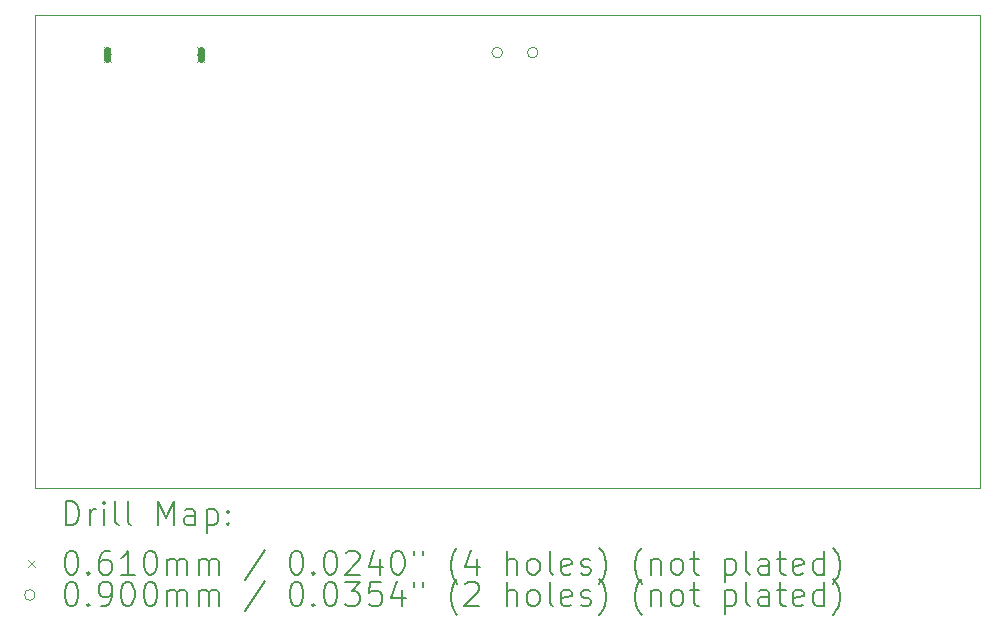
<source format=gbr>
%TF.GenerationSoftware,KiCad,Pcbnew,8.0.8*%
%TF.CreationDate,2025-03-13T15:21:53-04:00*%
%TF.ProjectId,tuner time,74756e65-7220-4746-996d-652e6b696361,rev?*%
%TF.SameCoordinates,Original*%
%TF.FileFunction,Drillmap*%
%TF.FilePolarity,Positive*%
%FSLAX45Y45*%
G04 Gerber Fmt 4.5, Leading zero omitted, Abs format (unit mm)*
G04 Created by KiCad (PCBNEW 8.0.8) date 2025-03-13 15:21:53*
%MOMM*%
%LPD*%
G01*
G04 APERTURE LIST*
%ADD10C,0.050000*%
%ADD11C,0.609600*%
%ADD12C,0.200000*%
%ADD13C,0.100000*%
G04 APERTURE END LIST*
D10*
X15000000Y-10000000D02*
X23000000Y-10000000D01*
X23000000Y-14000000D01*
X15000000Y-14000000D01*
X15000000Y-10000000D01*
D11*
X15608750Y-10296140D02*
X15608750Y-10364720D01*
X16398750Y-10296140D02*
X16398750Y-10364720D01*
D12*
D13*
X15578270Y-10265660D02*
X15639230Y-10326620D01*
X15639230Y-10265660D02*
X15578270Y-10326620D01*
X15578270Y-10334240D02*
X15639230Y-10395200D01*
X15639230Y-10334240D02*
X15578270Y-10395200D01*
X16368270Y-10265660D02*
X16429230Y-10326620D01*
X16429230Y-10265660D02*
X16368270Y-10326620D01*
X16368270Y-10334240D02*
X16429230Y-10395200D01*
X16429230Y-10334240D02*
X16368270Y-10395200D01*
X18955000Y-10314500D02*
G75*
G02*
X18865000Y-10314500I-45000J0D01*
G01*
X18865000Y-10314500D02*
G75*
G02*
X18955000Y-10314500I45000J0D01*
G01*
X19255000Y-10314500D02*
G75*
G02*
X19165000Y-10314500I-45000J0D01*
G01*
X19165000Y-10314500D02*
G75*
G02*
X19255000Y-10314500I45000J0D01*
G01*
D12*
X15258277Y-14313984D02*
X15258277Y-14113984D01*
X15258277Y-14113984D02*
X15305896Y-14113984D01*
X15305896Y-14113984D02*
X15334467Y-14123508D01*
X15334467Y-14123508D02*
X15353515Y-14142555D01*
X15353515Y-14142555D02*
X15363039Y-14161603D01*
X15363039Y-14161603D02*
X15372562Y-14199698D01*
X15372562Y-14199698D02*
X15372562Y-14228269D01*
X15372562Y-14228269D02*
X15363039Y-14266365D01*
X15363039Y-14266365D02*
X15353515Y-14285412D01*
X15353515Y-14285412D02*
X15334467Y-14304460D01*
X15334467Y-14304460D02*
X15305896Y-14313984D01*
X15305896Y-14313984D02*
X15258277Y-14313984D01*
X15458277Y-14313984D02*
X15458277Y-14180650D01*
X15458277Y-14218746D02*
X15467801Y-14199698D01*
X15467801Y-14199698D02*
X15477324Y-14190174D01*
X15477324Y-14190174D02*
X15496372Y-14180650D01*
X15496372Y-14180650D02*
X15515420Y-14180650D01*
X15582086Y-14313984D02*
X15582086Y-14180650D01*
X15582086Y-14113984D02*
X15572562Y-14123508D01*
X15572562Y-14123508D02*
X15582086Y-14133031D01*
X15582086Y-14133031D02*
X15591610Y-14123508D01*
X15591610Y-14123508D02*
X15582086Y-14113984D01*
X15582086Y-14113984D02*
X15582086Y-14133031D01*
X15705896Y-14313984D02*
X15686848Y-14304460D01*
X15686848Y-14304460D02*
X15677324Y-14285412D01*
X15677324Y-14285412D02*
X15677324Y-14113984D01*
X15810658Y-14313984D02*
X15791610Y-14304460D01*
X15791610Y-14304460D02*
X15782086Y-14285412D01*
X15782086Y-14285412D02*
X15782086Y-14113984D01*
X16039229Y-14313984D02*
X16039229Y-14113984D01*
X16039229Y-14113984D02*
X16105896Y-14256841D01*
X16105896Y-14256841D02*
X16172562Y-14113984D01*
X16172562Y-14113984D02*
X16172562Y-14313984D01*
X16353515Y-14313984D02*
X16353515Y-14209222D01*
X16353515Y-14209222D02*
X16343991Y-14190174D01*
X16343991Y-14190174D02*
X16324943Y-14180650D01*
X16324943Y-14180650D02*
X16286848Y-14180650D01*
X16286848Y-14180650D02*
X16267801Y-14190174D01*
X16353515Y-14304460D02*
X16334467Y-14313984D01*
X16334467Y-14313984D02*
X16286848Y-14313984D01*
X16286848Y-14313984D02*
X16267801Y-14304460D01*
X16267801Y-14304460D02*
X16258277Y-14285412D01*
X16258277Y-14285412D02*
X16258277Y-14266365D01*
X16258277Y-14266365D02*
X16267801Y-14247317D01*
X16267801Y-14247317D02*
X16286848Y-14237793D01*
X16286848Y-14237793D02*
X16334467Y-14237793D01*
X16334467Y-14237793D02*
X16353515Y-14228269D01*
X16448753Y-14180650D02*
X16448753Y-14380650D01*
X16448753Y-14190174D02*
X16467801Y-14180650D01*
X16467801Y-14180650D02*
X16505896Y-14180650D01*
X16505896Y-14180650D02*
X16524943Y-14190174D01*
X16524943Y-14190174D02*
X16534467Y-14199698D01*
X16534467Y-14199698D02*
X16543991Y-14218746D01*
X16543991Y-14218746D02*
X16543991Y-14275888D01*
X16543991Y-14275888D02*
X16534467Y-14294936D01*
X16534467Y-14294936D02*
X16524943Y-14304460D01*
X16524943Y-14304460D02*
X16505896Y-14313984D01*
X16505896Y-14313984D02*
X16467801Y-14313984D01*
X16467801Y-14313984D02*
X16448753Y-14304460D01*
X16629705Y-14294936D02*
X16639229Y-14304460D01*
X16639229Y-14304460D02*
X16629705Y-14313984D01*
X16629705Y-14313984D02*
X16620182Y-14304460D01*
X16620182Y-14304460D02*
X16629705Y-14294936D01*
X16629705Y-14294936D02*
X16629705Y-14313984D01*
X16629705Y-14190174D02*
X16639229Y-14199698D01*
X16639229Y-14199698D02*
X16629705Y-14209222D01*
X16629705Y-14209222D02*
X16620182Y-14199698D01*
X16620182Y-14199698D02*
X16629705Y-14190174D01*
X16629705Y-14190174D02*
X16629705Y-14209222D01*
D13*
X14936540Y-14612020D02*
X14997500Y-14672980D01*
X14997500Y-14612020D02*
X14936540Y-14672980D01*
D12*
X15296372Y-14533984D02*
X15315420Y-14533984D01*
X15315420Y-14533984D02*
X15334467Y-14543508D01*
X15334467Y-14543508D02*
X15343991Y-14553031D01*
X15343991Y-14553031D02*
X15353515Y-14572079D01*
X15353515Y-14572079D02*
X15363039Y-14610174D01*
X15363039Y-14610174D02*
X15363039Y-14657793D01*
X15363039Y-14657793D02*
X15353515Y-14695888D01*
X15353515Y-14695888D02*
X15343991Y-14714936D01*
X15343991Y-14714936D02*
X15334467Y-14724460D01*
X15334467Y-14724460D02*
X15315420Y-14733984D01*
X15315420Y-14733984D02*
X15296372Y-14733984D01*
X15296372Y-14733984D02*
X15277324Y-14724460D01*
X15277324Y-14724460D02*
X15267801Y-14714936D01*
X15267801Y-14714936D02*
X15258277Y-14695888D01*
X15258277Y-14695888D02*
X15248753Y-14657793D01*
X15248753Y-14657793D02*
X15248753Y-14610174D01*
X15248753Y-14610174D02*
X15258277Y-14572079D01*
X15258277Y-14572079D02*
X15267801Y-14553031D01*
X15267801Y-14553031D02*
X15277324Y-14543508D01*
X15277324Y-14543508D02*
X15296372Y-14533984D01*
X15448753Y-14714936D02*
X15458277Y-14724460D01*
X15458277Y-14724460D02*
X15448753Y-14733984D01*
X15448753Y-14733984D02*
X15439229Y-14724460D01*
X15439229Y-14724460D02*
X15448753Y-14714936D01*
X15448753Y-14714936D02*
X15448753Y-14733984D01*
X15629705Y-14533984D02*
X15591610Y-14533984D01*
X15591610Y-14533984D02*
X15572562Y-14543508D01*
X15572562Y-14543508D02*
X15563039Y-14553031D01*
X15563039Y-14553031D02*
X15543991Y-14581603D01*
X15543991Y-14581603D02*
X15534467Y-14619698D01*
X15534467Y-14619698D02*
X15534467Y-14695888D01*
X15534467Y-14695888D02*
X15543991Y-14714936D01*
X15543991Y-14714936D02*
X15553515Y-14724460D01*
X15553515Y-14724460D02*
X15572562Y-14733984D01*
X15572562Y-14733984D02*
X15610658Y-14733984D01*
X15610658Y-14733984D02*
X15629705Y-14724460D01*
X15629705Y-14724460D02*
X15639229Y-14714936D01*
X15639229Y-14714936D02*
X15648753Y-14695888D01*
X15648753Y-14695888D02*
X15648753Y-14648269D01*
X15648753Y-14648269D02*
X15639229Y-14629222D01*
X15639229Y-14629222D02*
X15629705Y-14619698D01*
X15629705Y-14619698D02*
X15610658Y-14610174D01*
X15610658Y-14610174D02*
X15572562Y-14610174D01*
X15572562Y-14610174D02*
X15553515Y-14619698D01*
X15553515Y-14619698D02*
X15543991Y-14629222D01*
X15543991Y-14629222D02*
X15534467Y-14648269D01*
X15839229Y-14733984D02*
X15724943Y-14733984D01*
X15782086Y-14733984D02*
X15782086Y-14533984D01*
X15782086Y-14533984D02*
X15763039Y-14562555D01*
X15763039Y-14562555D02*
X15743991Y-14581603D01*
X15743991Y-14581603D02*
X15724943Y-14591127D01*
X15963039Y-14533984D02*
X15982086Y-14533984D01*
X15982086Y-14533984D02*
X16001134Y-14543508D01*
X16001134Y-14543508D02*
X16010658Y-14553031D01*
X16010658Y-14553031D02*
X16020182Y-14572079D01*
X16020182Y-14572079D02*
X16029705Y-14610174D01*
X16029705Y-14610174D02*
X16029705Y-14657793D01*
X16029705Y-14657793D02*
X16020182Y-14695888D01*
X16020182Y-14695888D02*
X16010658Y-14714936D01*
X16010658Y-14714936D02*
X16001134Y-14724460D01*
X16001134Y-14724460D02*
X15982086Y-14733984D01*
X15982086Y-14733984D02*
X15963039Y-14733984D01*
X15963039Y-14733984D02*
X15943991Y-14724460D01*
X15943991Y-14724460D02*
X15934467Y-14714936D01*
X15934467Y-14714936D02*
X15924943Y-14695888D01*
X15924943Y-14695888D02*
X15915420Y-14657793D01*
X15915420Y-14657793D02*
X15915420Y-14610174D01*
X15915420Y-14610174D02*
X15924943Y-14572079D01*
X15924943Y-14572079D02*
X15934467Y-14553031D01*
X15934467Y-14553031D02*
X15943991Y-14543508D01*
X15943991Y-14543508D02*
X15963039Y-14533984D01*
X16115420Y-14733984D02*
X16115420Y-14600650D01*
X16115420Y-14619698D02*
X16124943Y-14610174D01*
X16124943Y-14610174D02*
X16143991Y-14600650D01*
X16143991Y-14600650D02*
X16172563Y-14600650D01*
X16172563Y-14600650D02*
X16191610Y-14610174D01*
X16191610Y-14610174D02*
X16201134Y-14629222D01*
X16201134Y-14629222D02*
X16201134Y-14733984D01*
X16201134Y-14629222D02*
X16210658Y-14610174D01*
X16210658Y-14610174D02*
X16229705Y-14600650D01*
X16229705Y-14600650D02*
X16258277Y-14600650D01*
X16258277Y-14600650D02*
X16277324Y-14610174D01*
X16277324Y-14610174D02*
X16286848Y-14629222D01*
X16286848Y-14629222D02*
X16286848Y-14733984D01*
X16382086Y-14733984D02*
X16382086Y-14600650D01*
X16382086Y-14619698D02*
X16391610Y-14610174D01*
X16391610Y-14610174D02*
X16410658Y-14600650D01*
X16410658Y-14600650D02*
X16439229Y-14600650D01*
X16439229Y-14600650D02*
X16458277Y-14610174D01*
X16458277Y-14610174D02*
X16467801Y-14629222D01*
X16467801Y-14629222D02*
X16467801Y-14733984D01*
X16467801Y-14629222D02*
X16477324Y-14610174D01*
X16477324Y-14610174D02*
X16496372Y-14600650D01*
X16496372Y-14600650D02*
X16524943Y-14600650D01*
X16524943Y-14600650D02*
X16543991Y-14610174D01*
X16543991Y-14610174D02*
X16553515Y-14629222D01*
X16553515Y-14629222D02*
X16553515Y-14733984D01*
X16943991Y-14524460D02*
X16772563Y-14781603D01*
X17201134Y-14533984D02*
X17220182Y-14533984D01*
X17220182Y-14533984D02*
X17239229Y-14543508D01*
X17239229Y-14543508D02*
X17248753Y-14553031D01*
X17248753Y-14553031D02*
X17258277Y-14572079D01*
X17258277Y-14572079D02*
X17267801Y-14610174D01*
X17267801Y-14610174D02*
X17267801Y-14657793D01*
X17267801Y-14657793D02*
X17258277Y-14695888D01*
X17258277Y-14695888D02*
X17248753Y-14714936D01*
X17248753Y-14714936D02*
X17239229Y-14724460D01*
X17239229Y-14724460D02*
X17220182Y-14733984D01*
X17220182Y-14733984D02*
X17201134Y-14733984D01*
X17201134Y-14733984D02*
X17182087Y-14724460D01*
X17182087Y-14724460D02*
X17172563Y-14714936D01*
X17172563Y-14714936D02*
X17163039Y-14695888D01*
X17163039Y-14695888D02*
X17153515Y-14657793D01*
X17153515Y-14657793D02*
X17153515Y-14610174D01*
X17153515Y-14610174D02*
X17163039Y-14572079D01*
X17163039Y-14572079D02*
X17172563Y-14553031D01*
X17172563Y-14553031D02*
X17182087Y-14543508D01*
X17182087Y-14543508D02*
X17201134Y-14533984D01*
X17353515Y-14714936D02*
X17363039Y-14724460D01*
X17363039Y-14724460D02*
X17353515Y-14733984D01*
X17353515Y-14733984D02*
X17343991Y-14724460D01*
X17343991Y-14724460D02*
X17353515Y-14714936D01*
X17353515Y-14714936D02*
X17353515Y-14733984D01*
X17486848Y-14533984D02*
X17505896Y-14533984D01*
X17505896Y-14533984D02*
X17524944Y-14543508D01*
X17524944Y-14543508D02*
X17534468Y-14553031D01*
X17534468Y-14553031D02*
X17543991Y-14572079D01*
X17543991Y-14572079D02*
X17553515Y-14610174D01*
X17553515Y-14610174D02*
X17553515Y-14657793D01*
X17553515Y-14657793D02*
X17543991Y-14695888D01*
X17543991Y-14695888D02*
X17534468Y-14714936D01*
X17534468Y-14714936D02*
X17524944Y-14724460D01*
X17524944Y-14724460D02*
X17505896Y-14733984D01*
X17505896Y-14733984D02*
X17486848Y-14733984D01*
X17486848Y-14733984D02*
X17467801Y-14724460D01*
X17467801Y-14724460D02*
X17458277Y-14714936D01*
X17458277Y-14714936D02*
X17448753Y-14695888D01*
X17448753Y-14695888D02*
X17439229Y-14657793D01*
X17439229Y-14657793D02*
X17439229Y-14610174D01*
X17439229Y-14610174D02*
X17448753Y-14572079D01*
X17448753Y-14572079D02*
X17458277Y-14553031D01*
X17458277Y-14553031D02*
X17467801Y-14543508D01*
X17467801Y-14543508D02*
X17486848Y-14533984D01*
X17629706Y-14553031D02*
X17639229Y-14543508D01*
X17639229Y-14543508D02*
X17658277Y-14533984D01*
X17658277Y-14533984D02*
X17705896Y-14533984D01*
X17705896Y-14533984D02*
X17724944Y-14543508D01*
X17724944Y-14543508D02*
X17734468Y-14553031D01*
X17734468Y-14553031D02*
X17743991Y-14572079D01*
X17743991Y-14572079D02*
X17743991Y-14591127D01*
X17743991Y-14591127D02*
X17734468Y-14619698D01*
X17734468Y-14619698D02*
X17620182Y-14733984D01*
X17620182Y-14733984D02*
X17743991Y-14733984D01*
X17915420Y-14600650D02*
X17915420Y-14733984D01*
X17867801Y-14524460D02*
X17820182Y-14667317D01*
X17820182Y-14667317D02*
X17943991Y-14667317D01*
X18058277Y-14533984D02*
X18077325Y-14533984D01*
X18077325Y-14533984D02*
X18096372Y-14543508D01*
X18096372Y-14543508D02*
X18105896Y-14553031D01*
X18105896Y-14553031D02*
X18115420Y-14572079D01*
X18115420Y-14572079D02*
X18124944Y-14610174D01*
X18124944Y-14610174D02*
X18124944Y-14657793D01*
X18124944Y-14657793D02*
X18115420Y-14695888D01*
X18115420Y-14695888D02*
X18105896Y-14714936D01*
X18105896Y-14714936D02*
X18096372Y-14724460D01*
X18096372Y-14724460D02*
X18077325Y-14733984D01*
X18077325Y-14733984D02*
X18058277Y-14733984D01*
X18058277Y-14733984D02*
X18039229Y-14724460D01*
X18039229Y-14724460D02*
X18029706Y-14714936D01*
X18029706Y-14714936D02*
X18020182Y-14695888D01*
X18020182Y-14695888D02*
X18010658Y-14657793D01*
X18010658Y-14657793D02*
X18010658Y-14610174D01*
X18010658Y-14610174D02*
X18020182Y-14572079D01*
X18020182Y-14572079D02*
X18029706Y-14553031D01*
X18029706Y-14553031D02*
X18039229Y-14543508D01*
X18039229Y-14543508D02*
X18058277Y-14533984D01*
X18201134Y-14533984D02*
X18201134Y-14572079D01*
X18277325Y-14533984D02*
X18277325Y-14572079D01*
X18572563Y-14810174D02*
X18563039Y-14800650D01*
X18563039Y-14800650D02*
X18543991Y-14772079D01*
X18543991Y-14772079D02*
X18534468Y-14753031D01*
X18534468Y-14753031D02*
X18524944Y-14724460D01*
X18524944Y-14724460D02*
X18515420Y-14676841D01*
X18515420Y-14676841D02*
X18515420Y-14638746D01*
X18515420Y-14638746D02*
X18524944Y-14591127D01*
X18524944Y-14591127D02*
X18534468Y-14562555D01*
X18534468Y-14562555D02*
X18543991Y-14543508D01*
X18543991Y-14543508D02*
X18563039Y-14514936D01*
X18563039Y-14514936D02*
X18572563Y-14505412D01*
X18734468Y-14600650D02*
X18734468Y-14733984D01*
X18686849Y-14524460D02*
X18639230Y-14667317D01*
X18639230Y-14667317D02*
X18763039Y-14667317D01*
X18991611Y-14733984D02*
X18991611Y-14533984D01*
X19077325Y-14733984D02*
X19077325Y-14629222D01*
X19077325Y-14629222D02*
X19067801Y-14610174D01*
X19067801Y-14610174D02*
X19048753Y-14600650D01*
X19048753Y-14600650D02*
X19020182Y-14600650D01*
X19020182Y-14600650D02*
X19001134Y-14610174D01*
X19001134Y-14610174D02*
X18991611Y-14619698D01*
X19201134Y-14733984D02*
X19182087Y-14724460D01*
X19182087Y-14724460D02*
X19172563Y-14714936D01*
X19172563Y-14714936D02*
X19163039Y-14695888D01*
X19163039Y-14695888D02*
X19163039Y-14638746D01*
X19163039Y-14638746D02*
X19172563Y-14619698D01*
X19172563Y-14619698D02*
X19182087Y-14610174D01*
X19182087Y-14610174D02*
X19201134Y-14600650D01*
X19201134Y-14600650D02*
X19229706Y-14600650D01*
X19229706Y-14600650D02*
X19248753Y-14610174D01*
X19248753Y-14610174D02*
X19258277Y-14619698D01*
X19258277Y-14619698D02*
X19267801Y-14638746D01*
X19267801Y-14638746D02*
X19267801Y-14695888D01*
X19267801Y-14695888D02*
X19258277Y-14714936D01*
X19258277Y-14714936D02*
X19248753Y-14724460D01*
X19248753Y-14724460D02*
X19229706Y-14733984D01*
X19229706Y-14733984D02*
X19201134Y-14733984D01*
X19382087Y-14733984D02*
X19363039Y-14724460D01*
X19363039Y-14724460D02*
X19353515Y-14705412D01*
X19353515Y-14705412D02*
X19353515Y-14533984D01*
X19534468Y-14724460D02*
X19515420Y-14733984D01*
X19515420Y-14733984D02*
X19477325Y-14733984D01*
X19477325Y-14733984D02*
X19458277Y-14724460D01*
X19458277Y-14724460D02*
X19448753Y-14705412D01*
X19448753Y-14705412D02*
X19448753Y-14629222D01*
X19448753Y-14629222D02*
X19458277Y-14610174D01*
X19458277Y-14610174D02*
X19477325Y-14600650D01*
X19477325Y-14600650D02*
X19515420Y-14600650D01*
X19515420Y-14600650D02*
X19534468Y-14610174D01*
X19534468Y-14610174D02*
X19543992Y-14629222D01*
X19543992Y-14629222D02*
X19543992Y-14648269D01*
X19543992Y-14648269D02*
X19448753Y-14667317D01*
X19620182Y-14724460D02*
X19639230Y-14733984D01*
X19639230Y-14733984D02*
X19677325Y-14733984D01*
X19677325Y-14733984D02*
X19696373Y-14724460D01*
X19696373Y-14724460D02*
X19705896Y-14705412D01*
X19705896Y-14705412D02*
X19705896Y-14695888D01*
X19705896Y-14695888D02*
X19696373Y-14676841D01*
X19696373Y-14676841D02*
X19677325Y-14667317D01*
X19677325Y-14667317D02*
X19648753Y-14667317D01*
X19648753Y-14667317D02*
X19629706Y-14657793D01*
X19629706Y-14657793D02*
X19620182Y-14638746D01*
X19620182Y-14638746D02*
X19620182Y-14629222D01*
X19620182Y-14629222D02*
X19629706Y-14610174D01*
X19629706Y-14610174D02*
X19648753Y-14600650D01*
X19648753Y-14600650D02*
X19677325Y-14600650D01*
X19677325Y-14600650D02*
X19696373Y-14610174D01*
X19772563Y-14810174D02*
X19782087Y-14800650D01*
X19782087Y-14800650D02*
X19801134Y-14772079D01*
X19801134Y-14772079D02*
X19810658Y-14753031D01*
X19810658Y-14753031D02*
X19820182Y-14724460D01*
X19820182Y-14724460D02*
X19829706Y-14676841D01*
X19829706Y-14676841D02*
X19829706Y-14638746D01*
X19829706Y-14638746D02*
X19820182Y-14591127D01*
X19820182Y-14591127D02*
X19810658Y-14562555D01*
X19810658Y-14562555D02*
X19801134Y-14543508D01*
X19801134Y-14543508D02*
X19782087Y-14514936D01*
X19782087Y-14514936D02*
X19772563Y-14505412D01*
X20134468Y-14810174D02*
X20124944Y-14800650D01*
X20124944Y-14800650D02*
X20105896Y-14772079D01*
X20105896Y-14772079D02*
X20096373Y-14753031D01*
X20096373Y-14753031D02*
X20086849Y-14724460D01*
X20086849Y-14724460D02*
X20077325Y-14676841D01*
X20077325Y-14676841D02*
X20077325Y-14638746D01*
X20077325Y-14638746D02*
X20086849Y-14591127D01*
X20086849Y-14591127D02*
X20096373Y-14562555D01*
X20096373Y-14562555D02*
X20105896Y-14543508D01*
X20105896Y-14543508D02*
X20124944Y-14514936D01*
X20124944Y-14514936D02*
X20134468Y-14505412D01*
X20210658Y-14600650D02*
X20210658Y-14733984D01*
X20210658Y-14619698D02*
X20220182Y-14610174D01*
X20220182Y-14610174D02*
X20239230Y-14600650D01*
X20239230Y-14600650D02*
X20267801Y-14600650D01*
X20267801Y-14600650D02*
X20286849Y-14610174D01*
X20286849Y-14610174D02*
X20296373Y-14629222D01*
X20296373Y-14629222D02*
X20296373Y-14733984D01*
X20420182Y-14733984D02*
X20401134Y-14724460D01*
X20401134Y-14724460D02*
X20391611Y-14714936D01*
X20391611Y-14714936D02*
X20382087Y-14695888D01*
X20382087Y-14695888D02*
X20382087Y-14638746D01*
X20382087Y-14638746D02*
X20391611Y-14619698D01*
X20391611Y-14619698D02*
X20401134Y-14610174D01*
X20401134Y-14610174D02*
X20420182Y-14600650D01*
X20420182Y-14600650D02*
X20448754Y-14600650D01*
X20448754Y-14600650D02*
X20467801Y-14610174D01*
X20467801Y-14610174D02*
X20477325Y-14619698D01*
X20477325Y-14619698D02*
X20486849Y-14638746D01*
X20486849Y-14638746D02*
X20486849Y-14695888D01*
X20486849Y-14695888D02*
X20477325Y-14714936D01*
X20477325Y-14714936D02*
X20467801Y-14724460D01*
X20467801Y-14724460D02*
X20448754Y-14733984D01*
X20448754Y-14733984D02*
X20420182Y-14733984D01*
X20543992Y-14600650D02*
X20620182Y-14600650D01*
X20572563Y-14533984D02*
X20572563Y-14705412D01*
X20572563Y-14705412D02*
X20582087Y-14724460D01*
X20582087Y-14724460D02*
X20601134Y-14733984D01*
X20601134Y-14733984D02*
X20620182Y-14733984D01*
X20839230Y-14600650D02*
X20839230Y-14800650D01*
X20839230Y-14610174D02*
X20858277Y-14600650D01*
X20858277Y-14600650D02*
X20896373Y-14600650D01*
X20896373Y-14600650D02*
X20915420Y-14610174D01*
X20915420Y-14610174D02*
X20924944Y-14619698D01*
X20924944Y-14619698D02*
X20934468Y-14638746D01*
X20934468Y-14638746D02*
X20934468Y-14695888D01*
X20934468Y-14695888D02*
X20924944Y-14714936D01*
X20924944Y-14714936D02*
X20915420Y-14724460D01*
X20915420Y-14724460D02*
X20896373Y-14733984D01*
X20896373Y-14733984D02*
X20858277Y-14733984D01*
X20858277Y-14733984D02*
X20839230Y-14724460D01*
X21048754Y-14733984D02*
X21029706Y-14724460D01*
X21029706Y-14724460D02*
X21020182Y-14705412D01*
X21020182Y-14705412D02*
X21020182Y-14533984D01*
X21210658Y-14733984D02*
X21210658Y-14629222D01*
X21210658Y-14629222D02*
X21201135Y-14610174D01*
X21201135Y-14610174D02*
X21182087Y-14600650D01*
X21182087Y-14600650D02*
X21143992Y-14600650D01*
X21143992Y-14600650D02*
X21124944Y-14610174D01*
X21210658Y-14724460D02*
X21191611Y-14733984D01*
X21191611Y-14733984D02*
X21143992Y-14733984D01*
X21143992Y-14733984D02*
X21124944Y-14724460D01*
X21124944Y-14724460D02*
X21115420Y-14705412D01*
X21115420Y-14705412D02*
X21115420Y-14686365D01*
X21115420Y-14686365D02*
X21124944Y-14667317D01*
X21124944Y-14667317D02*
X21143992Y-14657793D01*
X21143992Y-14657793D02*
X21191611Y-14657793D01*
X21191611Y-14657793D02*
X21210658Y-14648269D01*
X21277325Y-14600650D02*
X21353515Y-14600650D01*
X21305896Y-14533984D02*
X21305896Y-14705412D01*
X21305896Y-14705412D02*
X21315420Y-14724460D01*
X21315420Y-14724460D02*
X21334468Y-14733984D01*
X21334468Y-14733984D02*
X21353515Y-14733984D01*
X21496373Y-14724460D02*
X21477325Y-14733984D01*
X21477325Y-14733984D02*
X21439230Y-14733984D01*
X21439230Y-14733984D02*
X21420182Y-14724460D01*
X21420182Y-14724460D02*
X21410658Y-14705412D01*
X21410658Y-14705412D02*
X21410658Y-14629222D01*
X21410658Y-14629222D02*
X21420182Y-14610174D01*
X21420182Y-14610174D02*
X21439230Y-14600650D01*
X21439230Y-14600650D02*
X21477325Y-14600650D01*
X21477325Y-14600650D02*
X21496373Y-14610174D01*
X21496373Y-14610174D02*
X21505896Y-14629222D01*
X21505896Y-14629222D02*
X21505896Y-14648269D01*
X21505896Y-14648269D02*
X21410658Y-14667317D01*
X21677325Y-14733984D02*
X21677325Y-14533984D01*
X21677325Y-14724460D02*
X21658277Y-14733984D01*
X21658277Y-14733984D02*
X21620182Y-14733984D01*
X21620182Y-14733984D02*
X21601135Y-14724460D01*
X21601135Y-14724460D02*
X21591611Y-14714936D01*
X21591611Y-14714936D02*
X21582087Y-14695888D01*
X21582087Y-14695888D02*
X21582087Y-14638746D01*
X21582087Y-14638746D02*
X21591611Y-14619698D01*
X21591611Y-14619698D02*
X21601135Y-14610174D01*
X21601135Y-14610174D02*
X21620182Y-14600650D01*
X21620182Y-14600650D02*
X21658277Y-14600650D01*
X21658277Y-14600650D02*
X21677325Y-14610174D01*
X21753516Y-14810174D02*
X21763039Y-14800650D01*
X21763039Y-14800650D02*
X21782087Y-14772079D01*
X21782087Y-14772079D02*
X21791611Y-14753031D01*
X21791611Y-14753031D02*
X21801135Y-14724460D01*
X21801135Y-14724460D02*
X21810658Y-14676841D01*
X21810658Y-14676841D02*
X21810658Y-14638746D01*
X21810658Y-14638746D02*
X21801135Y-14591127D01*
X21801135Y-14591127D02*
X21791611Y-14562555D01*
X21791611Y-14562555D02*
X21782087Y-14543508D01*
X21782087Y-14543508D02*
X21763039Y-14514936D01*
X21763039Y-14514936D02*
X21753516Y-14505412D01*
D13*
X14997500Y-14906500D02*
G75*
G02*
X14907500Y-14906500I-45000J0D01*
G01*
X14907500Y-14906500D02*
G75*
G02*
X14997500Y-14906500I45000J0D01*
G01*
D12*
X15296372Y-14797984D02*
X15315420Y-14797984D01*
X15315420Y-14797984D02*
X15334467Y-14807508D01*
X15334467Y-14807508D02*
X15343991Y-14817031D01*
X15343991Y-14817031D02*
X15353515Y-14836079D01*
X15353515Y-14836079D02*
X15363039Y-14874174D01*
X15363039Y-14874174D02*
X15363039Y-14921793D01*
X15363039Y-14921793D02*
X15353515Y-14959888D01*
X15353515Y-14959888D02*
X15343991Y-14978936D01*
X15343991Y-14978936D02*
X15334467Y-14988460D01*
X15334467Y-14988460D02*
X15315420Y-14997984D01*
X15315420Y-14997984D02*
X15296372Y-14997984D01*
X15296372Y-14997984D02*
X15277324Y-14988460D01*
X15277324Y-14988460D02*
X15267801Y-14978936D01*
X15267801Y-14978936D02*
X15258277Y-14959888D01*
X15258277Y-14959888D02*
X15248753Y-14921793D01*
X15248753Y-14921793D02*
X15248753Y-14874174D01*
X15248753Y-14874174D02*
X15258277Y-14836079D01*
X15258277Y-14836079D02*
X15267801Y-14817031D01*
X15267801Y-14817031D02*
X15277324Y-14807508D01*
X15277324Y-14807508D02*
X15296372Y-14797984D01*
X15448753Y-14978936D02*
X15458277Y-14988460D01*
X15458277Y-14988460D02*
X15448753Y-14997984D01*
X15448753Y-14997984D02*
X15439229Y-14988460D01*
X15439229Y-14988460D02*
X15448753Y-14978936D01*
X15448753Y-14978936D02*
X15448753Y-14997984D01*
X15553515Y-14997984D02*
X15591610Y-14997984D01*
X15591610Y-14997984D02*
X15610658Y-14988460D01*
X15610658Y-14988460D02*
X15620182Y-14978936D01*
X15620182Y-14978936D02*
X15639229Y-14950365D01*
X15639229Y-14950365D02*
X15648753Y-14912269D01*
X15648753Y-14912269D02*
X15648753Y-14836079D01*
X15648753Y-14836079D02*
X15639229Y-14817031D01*
X15639229Y-14817031D02*
X15629705Y-14807508D01*
X15629705Y-14807508D02*
X15610658Y-14797984D01*
X15610658Y-14797984D02*
X15572562Y-14797984D01*
X15572562Y-14797984D02*
X15553515Y-14807508D01*
X15553515Y-14807508D02*
X15543991Y-14817031D01*
X15543991Y-14817031D02*
X15534467Y-14836079D01*
X15534467Y-14836079D02*
X15534467Y-14883698D01*
X15534467Y-14883698D02*
X15543991Y-14902746D01*
X15543991Y-14902746D02*
X15553515Y-14912269D01*
X15553515Y-14912269D02*
X15572562Y-14921793D01*
X15572562Y-14921793D02*
X15610658Y-14921793D01*
X15610658Y-14921793D02*
X15629705Y-14912269D01*
X15629705Y-14912269D02*
X15639229Y-14902746D01*
X15639229Y-14902746D02*
X15648753Y-14883698D01*
X15772562Y-14797984D02*
X15791610Y-14797984D01*
X15791610Y-14797984D02*
X15810658Y-14807508D01*
X15810658Y-14807508D02*
X15820182Y-14817031D01*
X15820182Y-14817031D02*
X15829705Y-14836079D01*
X15829705Y-14836079D02*
X15839229Y-14874174D01*
X15839229Y-14874174D02*
X15839229Y-14921793D01*
X15839229Y-14921793D02*
X15829705Y-14959888D01*
X15829705Y-14959888D02*
X15820182Y-14978936D01*
X15820182Y-14978936D02*
X15810658Y-14988460D01*
X15810658Y-14988460D02*
X15791610Y-14997984D01*
X15791610Y-14997984D02*
X15772562Y-14997984D01*
X15772562Y-14997984D02*
X15753515Y-14988460D01*
X15753515Y-14988460D02*
X15743991Y-14978936D01*
X15743991Y-14978936D02*
X15734467Y-14959888D01*
X15734467Y-14959888D02*
X15724943Y-14921793D01*
X15724943Y-14921793D02*
X15724943Y-14874174D01*
X15724943Y-14874174D02*
X15734467Y-14836079D01*
X15734467Y-14836079D02*
X15743991Y-14817031D01*
X15743991Y-14817031D02*
X15753515Y-14807508D01*
X15753515Y-14807508D02*
X15772562Y-14797984D01*
X15963039Y-14797984D02*
X15982086Y-14797984D01*
X15982086Y-14797984D02*
X16001134Y-14807508D01*
X16001134Y-14807508D02*
X16010658Y-14817031D01*
X16010658Y-14817031D02*
X16020182Y-14836079D01*
X16020182Y-14836079D02*
X16029705Y-14874174D01*
X16029705Y-14874174D02*
X16029705Y-14921793D01*
X16029705Y-14921793D02*
X16020182Y-14959888D01*
X16020182Y-14959888D02*
X16010658Y-14978936D01*
X16010658Y-14978936D02*
X16001134Y-14988460D01*
X16001134Y-14988460D02*
X15982086Y-14997984D01*
X15982086Y-14997984D02*
X15963039Y-14997984D01*
X15963039Y-14997984D02*
X15943991Y-14988460D01*
X15943991Y-14988460D02*
X15934467Y-14978936D01*
X15934467Y-14978936D02*
X15924943Y-14959888D01*
X15924943Y-14959888D02*
X15915420Y-14921793D01*
X15915420Y-14921793D02*
X15915420Y-14874174D01*
X15915420Y-14874174D02*
X15924943Y-14836079D01*
X15924943Y-14836079D02*
X15934467Y-14817031D01*
X15934467Y-14817031D02*
X15943991Y-14807508D01*
X15943991Y-14807508D02*
X15963039Y-14797984D01*
X16115420Y-14997984D02*
X16115420Y-14864650D01*
X16115420Y-14883698D02*
X16124943Y-14874174D01*
X16124943Y-14874174D02*
X16143991Y-14864650D01*
X16143991Y-14864650D02*
X16172563Y-14864650D01*
X16172563Y-14864650D02*
X16191610Y-14874174D01*
X16191610Y-14874174D02*
X16201134Y-14893222D01*
X16201134Y-14893222D02*
X16201134Y-14997984D01*
X16201134Y-14893222D02*
X16210658Y-14874174D01*
X16210658Y-14874174D02*
X16229705Y-14864650D01*
X16229705Y-14864650D02*
X16258277Y-14864650D01*
X16258277Y-14864650D02*
X16277324Y-14874174D01*
X16277324Y-14874174D02*
X16286848Y-14893222D01*
X16286848Y-14893222D02*
X16286848Y-14997984D01*
X16382086Y-14997984D02*
X16382086Y-14864650D01*
X16382086Y-14883698D02*
X16391610Y-14874174D01*
X16391610Y-14874174D02*
X16410658Y-14864650D01*
X16410658Y-14864650D02*
X16439229Y-14864650D01*
X16439229Y-14864650D02*
X16458277Y-14874174D01*
X16458277Y-14874174D02*
X16467801Y-14893222D01*
X16467801Y-14893222D02*
X16467801Y-14997984D01*
X16467801Y-14893222D02*
X16477324Y-14874174D01*
X16477324Y-14874174D02*
X16496372Y-14864650D01*
X16496372Y-14864650D02*
X16524943Y-14864650D01*
X16524943Y-14864650D02*
X16543991Y-14874174D01*
X16543991Y-14874174D02*
X16553515Y-14893222D01*
X16553515Y-14893222D02*
X16553515Y-14997984D01*
X16943991Y-14788460D02*
X16772563Y-15045603D01*
X17201134Y-14797984D02*
X17220182Y-14797984D01*
X17220182Y-14797984D02*
X17239229Y-14807508D01*
X17239229Y-14807508D02*
X17248753Y-14817031D01*
X17248753Y-14817031D02*
X17258277Y-14836079D01*
X17258277Y-14836079D02*
X17267801Y-14874174D01*
X17267801Y-14874174D02*
X17267801Y-14921793D01*
X17267801Y-14921793D02*
X17258277Y-14959888D01*
X17258277Y-14959888D02*
X17248753Y-14978936D01*
X17248753Y-14978936D02*
X17239229Y-14988460D01*
X17239229Y-14988460D02*
X17220182Y-14997984D01*
X17220182Y-14997984D02*
X17201134Y-14997984D01*
X17201134Y-14997984D02*
X17182087Y-14988460D01*
X17182087Y-14988460D02*
X17172563Y-14978936D01*
X17172563Y-14978936D02*
X17163039Y-14959888D01*
X17163039Y-14959888D02*
X17153515Y-14921793D01*
X17153515Y-14921793D02*
X17153515Y-14874174D01*
X17153515Y-14874174D02*
X17163039Y-14836079D01*
X17163039Y-14836079D02*
X17172563Y-14817031D01*
X17172563Y-14817031D02*
X17182087Y-14807508D01*
X17182087Y-14807508D02*
X17201134Y-14797984D01*
X17353515Y-14978936D02*
X17363039Y-14988460D01*
X17363039Y-14988460D02*
X17353515Y-14997984D01*
X17353515Y-14997984D02*
X17343991Y-14988460D01*
X17343991Y-14988460D02*
X17353515Y-14978936D01*
X17353515Y-14978936D02*
X17353515Y-14997984D01*
X17486848Y-14797984D02*
X17505896Y-14797984D01*
X17505896Y-14797984D02*
X17524944Y-14807508D01*
X17524944Y-14807508D02*
X17534468Y-14817031D01*
X17534468Y-14817031D02*
X17543991Y-14836079D01*
X17543991Y-14836079D02*
X17553515Y-14874174D01*
X17553515Y-14874174D02*
X17553515Y-14921793D01*
X17553515Y-14921793D02*
X17543991Y-14959888D01*
X17543991Y-14959888D02*
X17534468Y-14978936D01*
X17534468Y-14978936D02*
X17524944Y-14988460D01*
X17524944Y-14988460D02*
X17505896Y-14997984D01*
X17505896Y-14997984D02*
X17486848Y-14997984D01*
X17486848Y-14997984D02*
X17467801Y-14988460D01*
X17467801Y-14988460D02*
X17458277Y-14978936D01*
X17458277Y-14978936D02*
X17448753Y-14959888D01*
X17448753Y-14959888D02*
X17439229Y-14921793D01*
X17439229Y-14921793D02*
X17439229Y-14874174D01*
X17439229Y-14874174D02*
X17448753Y-14836079D01*
X17448753Y-14836079D02*
X17458277Y-14817031D01*
X17458277Y-14817031D02*
X17467801Y-14807508D01*
X17467801Y-14807508D02*
X17486848Y-14797984D01*
X17620182Y-14797984D02*
X17743991Y-14797984D01*
X17743991Y-14797984D02*
X17677325Y-14874174D01*
X17677325Y-14874174D02*
X17705896Y-14874174D01*
X17705896Y-14874174D02*
X17724944Y-14883698D01*
X17724944Y-14883698D02*
X17734468Y-14893222D01*
X17734468Y-14893222D02*
X17743991Y-14912269D01*
X17743991Y-14912269D02*
X17743991Y-14959888D01*
X17743991Y-14959888D02*
X17734468Y-14978936D01*
X17734468Y-14978936D02*
X17724944Y-14988460D01*
X17724944Y-14988460D02*
X17705896Y-14997984D01*
X17705896Y-14997984D02*
X17648753Y-14997984D01*
X17648753Y-14997984D02*
X17629706Y-14988460D01*
X17629706Y-14988460D02*
X17620182Y-14978936D01*
X17924944Y-14797984D02*
X17829706Y-14797984D01*
X17829706Y-14797984D02*
X17820182Y-14893222D01*
X17820182Y-14893222D02*
X17829706Y-14883698D01*
X17829706Y-14883698D02*
X17848753Y-14874174D01*
X17848753Y-14874174D02*
X17896372Y-14874174D01*
X17896372Y-14874174D02*
X17915420Y-14883698D01*
X17915420Y-14883698D02*
X17924944Y-14893222D01*
X17924944Y-14893222D02*
X17934468Y-14912269D01*
X17934468Y-14912269D02*
X17934468Y-14959888D01*
X17934468Y-14959888D02*
X17924944Y-14978936D01*
X17924944Y-14978936D02*
X17915420Y-14988460D01*
X17915420Y-14988460D02*
X17896372Y-14997984D01*
X17896372Y-14997984D02*
X17848753Y-14997984D01*
X17848753Y-14997984D02*
X17829706Y-14988460D01*
X17829706Y-14988460D02*
X17820182Y-14978936D01*
X18105896Y-14864650D02*
X18105896Y-14997984D01*
X18058277Y-14788460D02*
X18010658Y-14931317D01*
X18010658Y-14931317D02*
X18134468Y-14931317D01*
X18201134Y-14797984D02*
X18201134Y-14836079D01*
X18277325Y-14797984D02*
X18277325Y-14836079D01*
X18572563Y-15074174D02*
X18563039Y-15064650D01*
X18563039Y-15064650D02*
X18543991Y-15036079D01*
X18543991Y-15036079D02*
X18534468Y-15017031D01*
X18534468Y-15017031D02*
X18524944Y-14988460D01*
X18524944Y-14988460D02*
X18515420Y-14940841D01*
X18515420Y-14940841D02*
X18515420Y-14902746D01*
X18515420Y-14902746D02*
X18524944Y-14855127D01*
X18524944Y-14855127D02*
X18534468Y-14826555D01*
X18534468Y-14826555D02*
X18543991Y-14807508D01*
X18543991Y-14807508D02*
X18563039Y-14778936D01*
X18563039Y-14778936D02*
X18572563Y-14769412D01*
X18639230Y-14817031D02*
X18648753Y-14807508D01*
X18648753Y-14807508D02*
X18667801Y-14797984D01*
X18667801Y-14797984D02*
X18715420Y-14797984D01*
X18715420Y-14797984D02*
X18734468Y-14807508D01*
X18734468Y-14807508D02*
X18743991Y-14817031D01*
X18743991Y-14817031D02*
X18753515Y-14836079D01*
X18753515Y-14836079D02*
X18753515Y-14855127D01*
X18753515Y-14855127D02*
X18743991Y-14883698D01*
X18743991Y-14883698D02*
X18629706Y-14997984D01*
X18629706Y-14997984D02*
X18753515Y-14997984D01*
X18991611Y-14997984D02*
X18991611Y-14797984D01*
X19077325Y-14997984D02*
X19077325Y-14893222D01*
X19077325Y-14893222D02*
X19067801Y-14874174D01*
X19067801Y-14874174D02*
X19048753Y-14864650D01*
X19048753Y-14864650D02*
X19020182Y-14864650D01*
X19020182Y-14864650D02*
X19001134Y-14874174D01*
X19001134Y-14874174D02*
X18991611Y-14883698D01*
X19201134Y-14997984D02*
X19182087Y-14988460D01*
X19182087Y-14988460D02*
X19172563Y-14978936D01*
X19172563Y-14978936D02*
X19163039Y-14959888D01*
X19163039Y-14959888D02*
X19163039Y-14902746D01*
X19163039Y-14902746D02*
X19172563Y-14883698D01*
X19172563Y-14883698D02*
X19182087Y-14874174D01*
X19182087Y-14874174D02*
X19201134Y-14864650D01*
X19201134Y-14864650D02*
X19229706Y-14864650D01*
X19229706Y-14864650D02*
X19248753Y-14874174D01*
X19248753Y-14874174D02*
X19258277Y-14883698D01*
X19258277Y-14883698D02*
X19267801Y-14902746D01*
X19267801Y-14902746D02*
X19267801Y-14959888D01*
X19267801Y-14959888D02*
X19258277Y-14978936D01*
X19258277Y-14978936D02*
X19248753Y-14988460D01*
X19248753Y-14988460D02*
X19229706Y-14997984D01*
X19229706Y-14997984D02*
X19201134Y-14997984D01*
X19382087Y-14997984D02*
X19363039Y-14988460D01*
X19363039Y-14988460D02*
X19353515Y-14969412D01*
X19353515Y-14969412D02*
X19353515Y-14797984D01*
X19534468Y-14988460D02*
X19515420Y-14997984D01*
X19515420Y-14997984D02*
X19477325Y-14997984D01*
X19477325Y-14997984D02*
X19458277Y-14988460D01*
X19458277Y-14988460D02*
X19448753Y-14969412D01*
X19448753Y-14969412D02*
X19448753Y-14893222D01*
X19448753Y-14893222D02*
X19458277Y-14874174D01*
X19458277Y-14874174D02*
X19477325Y-14864650D01*
X19477325Y-14864650D02*
X19515420Y-14864650D01*
X19515420Y-14864650D02*
X19534468Y-14874174D01*
X19534468Y-14874174D02*
X19543992Y-14893222D01*
X19543992Y-14893222D02*
X19543992Y-14912269D01*
X19543992Y-14912269D02*
X19448753Y-14931317D01*
X19620182Y-14988460D02*
X19639230Y-14997984D01*
X19639230Y-14997984D02*
X19677325Y-14997984D01*
X19677325Y-14997984D02*
X19696373Y-14988460D01*
X19696373Y-14988460D02*
X19705896Y-14969412D01*
X19705896Y-14969412D02*
X19705896Y-14959888D01*
X19705896Y-14959888D02*
X19696373Y-14940841D01*
X19696373Y-14940841D02*
X19677325Y-14931317D01*
X19677325Y-14931317D02*
X19648753Y-14931317D01*
X19648753Y-14931317D02*
X19629706Y-14921793D01*
X19629706Y-14921793D02*
X19620182Y-14902746D01*
X19620182Y-14902746D02*
X19620182Y-14893222D01*
X19620182Y-14893222D02*
X19629706Y-14874174D01*
X19629706Y-14874174D02*
X19648753Y-14864650D01*
X19648753Y-14864650D02*
X19677325Y-14864650D01*
X19677325Y-14864650D02*
X19696373Y-14874174D01*
X19772563Y-15074174D02*
X19782087Y-15064650D01*
X19782087Y-15064650D02*
X19801134Y-15036079D01*
X19801134Y-15036079D02*
X19810658Y-15017031D01*
X19810658Y-15017031D02*
X19820182Y-14988460D01*
X19820182Y-14988460D02*
X19829706Y-14940841D01*
X19829706Y-14940841D02*
X19829706Y-14902746D01*
X19829706Y-14902746D02*
X19820182Y-14855127D01*
X19820182Y-14855127D02*
X19810658Y-14826555D01*
X19810658Y-14826555D02*
X19801134Y-14807508D01*
X19801134Y-14807508D02*
X19782087Y-14778936D01*
X19782087Y-14778936D02*
X19772563Y-14769412D01*
X20134468Y-15074174D02*
X20124944Y-15064650D01*
X20124944Y-15064650D02*
X20105896Y-15036079D01*
X20105896Y-15036079D02*
X20096373Y-15017031D01*
X20096373Y-15017031D02*
X20086849Y-14988460D01*
X20086849Y-14988460D02*
X20077325Y-14940841D01*
X20077325Y-14940841D02*
X20077325Y-14902746D01*
X20077325Y-14902746D02*
X20086849Y-14855127D01*
X20086849Y-14855127D02*
X20096373Y-14826555D01*
X20096373Y-14826555D02*
X20105896Y-14807508D01*
X20105896Y-14807508D02*
X20124944Y-14778936D01*
X20124944Y-14778936D02*
X20134468Y-14769412D01*
X20210658Y-14864650D02*
X20210658Y-14997984D01*
X20210658Y-14883698D02*
X20220182Y-14874174D01*
X20220182Y-14874174D02*
X20239230Y-14864650D01*
X20239230Y-14864650D02*
X20267801Y-14864650D01*
X20267801Y-14864650D02*
X20286849Y-14874174D01*
X20286849Y-14874174D02*
X20296373Y-14893222D01*
X20296373Y-14893222D02*
X20296373Y-14997984D01*
X20420182Y-14997984D02*
X20401134Y-14988460D01*
X20401134Y-14988460D02*
X20391611Y-14978936D01*
X20391611Y-14978936D02*
X20382087Y-14959888D01*
X20382087Y-14959888D02*
X20382087Y-14902746D01*
X20382087Y-14902746D02*
X20391611Y-14883698D01*
X20391611Y-14883698D02*
X20401134Y-14874174D01*
X20401134Y-14874174D02*
X20420182Y-14864650D01*
X20420182Y-14864650D02*
X20448754Y-14864650D01*
X20448754Y-14864650D02*
X20467801Y-14874174D01*
X20467801Y-14874174D02*
X20477325Y-14883698D01*
X20477325Y-14883698D02*
X20486849Y-14902746D01*
X20486849Y-14902746D02*
X20486849Y-14959888D01*
X20486849Y-14959888D02*
X20477325Y-14978936D01*
X20477325Y-14978936D02*
X20467801Y-14988460D01*
X20467801Y-14988460D02*
X20448754Y-14997984D01*
X20448754Y-14997984D02*
X20420182Y-14997984D01*
X20543992Y-14864650D02*
X20620182Y-14864650D01*
X20572563Y-14797984D02*
X20572563Y-14969412D01*
X20572563Y-14969412D02*
X20582087Y-14988460D01*
X20582087Y-14988460D02*
X20601134Y-14997984D01*
X20601134Y-14997984D02*
X20620182Y-14997984D01*
X20839230Y-14864650D02*
X20839230Y-15064650D01*
X20839230Y-14874174D02*
X20858277Y-14864650D01*
X20858277Y-14864650D02*
X20896373Y-14864650D01*
X20896373Y-14864650D02*
X20915420Y-14874174D01*
X20915420Y-14874174D02*
X20924944Y-14883698D01*
X20924944Y-14883698D02*
X20934468Y-14902746D01*
X20934468Y-14902746D02*
X20934468Y-14959888D01*
X20934468Y-14959888D02*
X20924944Y-14978936D01*
X20924944Y-14978936D02*
X20915420Y-14988460D01*
X20915420Y-14988460D02*
X20896373Y-14997984D01*
X20896373Y-14997984D02*
X20858277Y-14997984D01*
X20858277Y-14997984D02*
X20839230Y-14988460D01*
X21048754Y-14997984D02*
X21029706Y-14988460D01*
X21029706Y-14988460D02*
X21020182Y-14969412D01*
X21020182Y-14969412D02*
X21020182Y-14797984D01*
X21210658Y-14997984D02*
X21210658Y-14893222D01*
X21210658Y-14893222D02*
X21201135Y-14874174D01*
X21201135Y-14874174D02*
X21182087Y-14864650D01*
X21182087Y-14864650D02*
X21143992Y-14864650D01*
X21143992Y-14864650D02*
X21124944Y-14874174D01*
X21210658Y-14988460D02*
X21191611Y-14997984D01*
X21191611Y-14997984D02*
X21143992Y-14997984D01*
X21143992Y-14997984D02*
X21124944Y-14988460D01*
X21124944Y-14988460D02*
X21115420Y-14969412D01*
X21115420Y-14969412D02*
X21115420Y-14950365D01*
X21115420Y-14950365D02*
X21124944Y-14931317D01*
X21124944Y-14931317D02*
X21143992Y-14921793D01*
X21143992Y-14921793D02*
X21191611Y-14921793D01*
X21191611Y-14921793D02*
X21210658Y-14912269D01*
X21277325Y-14864650D02*
X21353515Y-14864650D01*
X21305896Y-14797984D02*
X21305896Y-14969412D01*
X21305896Y-14969412D02*
X21315420Y-14988460D01*
X21315420Y-14988460D02*
X21334468Y-14997984D01*
X21334468Y-14997984D02*
X21353515Y-14997984D01*
X21496373Y-14988460D02*
X21477325Y-14997984D01*
X21477325Y-14997984D02*
X21439230Y-14997984D01*
X21439230Y-14997984D02*
X21420182Y-14988460D01*
X21420182Y-14988460D02*
X21410658Y-14969412D01*
X21410658Y-14969412D02*
X21410658Y-14893222D01*
X21410658Y-14893222D02*
X21420182Y-14874174D01*
X21420182Y-14874174D02*
X21439230Y-14864650D01*
X21439230Y-14864650D02*
X21477325Y-14864650D01*
X21477325Y-14864650D02*
X21496373Y-14874174D01*
X21496373Y-14874174D02*
X21505896Y-14893222D01*
X21505896Y-14893222D02*
X21505896Y-14912269D01*
X21505896Y-14912269D02*
X21410658Y-14931317D01*
X21677325Y-14997984D02*
X21677325Y-14797984D01*
X21677325Y-14988460D02*
X21658277Y-14997984D01*
X21658277Y-14997984D02*
X21620182Y-14997984D01*
X21620182Y-14997984D02*
X21601135Y-14988460D01*
X21601135Y-14988460D02*
X21591611Y-14978936D01*
X21591611Y-14978936D02*
X21582087Y-14959888D01*
X21582087Y-14959888D02*
X21582087Y-14902746D01*
X21582087Y-14902746D02*
X21591611Y-14883698D01*
X21591611Y-14883698D02*
X21601135Y-14874174D01*
X21601135Y-14874174D02*
X21620182Y-14864650D01*
X21620182Y-14864650D02*
X21658277Y-14864650D01*
X21658277Y-14864650D02*
X21677325Y-14874174D01*
X21753516Y-15074174D02*
X21763039Y-15064650D01*
X21763039Y-15064650D02*
X21782087Y-15036079D01*
X21782087Y-15036079D02*
X21791611Y-15017031D01*
X21791611Y-15017031D02*
X21801135Y-14988460D01*
X21801135Y-14988460D02*
X21810658Y-14940841D01*
X21810658Y-14940841D02*
X21810658Y-14902746D01*
X21810658Y-14902746D02*
X21801135Y-14855127D01*
X21801135Y-14855127D02*
X21791611Y-14826555D01*
X21791611Y-14826555D02*
X21782087Y-14807508D01*
X21782087Y-14807508D02*
X21763039Y-14778936D01*
X21763039Y-14778936D02*
X21753516Y-14769412D01*
M02*

</source>
